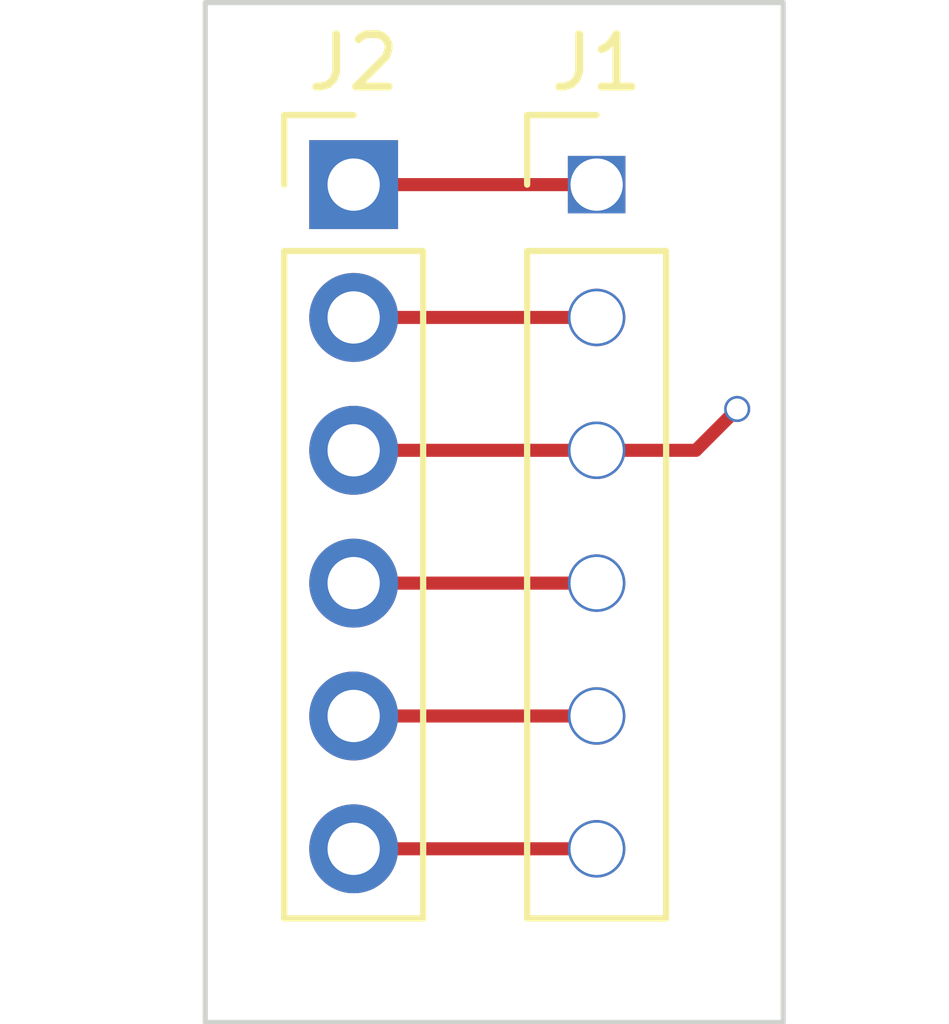
<source format=kicad_pcb>
(kicad_pcb (version 20211014) (generator pcbnew)
  (layers (0 "F.Cu" signal) (31 "B.Cu" signal) (34 "B.Paste" user) (35 "F.Paste" user) (36 "B.SilkS" user "B.Silkscreen") (37 "F.SilkS" user "F.Silkscreen") (38 "B.Mask" user) (39 "F.Mask" user) (44 "Edge.Cuts" user))
  (net 0 "")
  (net 1 "Net-(J1-Pad1)")
  (net 2 "Net-(J1-Pad2)")
  (net 3 "Net-(J1-Pad3)")
  (net 4 "Net-(J1-Pad4)")
  (net 5 "Net-(J1-Pad5)")
  (net 6 "Net-(J1-Pad6)")
  (footprint "Connector_PinHeader_2.54mm:PinHeader_1x06_P2.54mm_Vertical" (layer "F.Cu") (at 140.58 91.39)
    (fp_text reference "J2" (at 0 -2.33) (layer "F.SilkS"))
    (fp_text value "Conn_01x06_Male")
    (fp_line (start -1.33 -1.33) (end 0 -1.33) (layer "F.SilkS") (width 0.12))
    (fp_line (start -1.33 14.03) (end 1.33 14.03) (layer "F.SilkS") (width 0.12))
    (fp_line (start -1.33 1.27) (end 1.33 1.27) (layer "F.SilkS") (width 0.12))
    (fp_line (start -1.33 0) (end -1.33 -1.33) (layer "F.SilkS") (width 0.12))
    (fp_line (start -1.33 1.27) (end -1.33 14.03) (layer "F.SilkS") (width 0.12))
    (fp_line (start 1.33 1.27) (end 1.33 14.03) (layer "F.SilkS") (width 0.12))
    (pad "1" thru_hole rect (at 0 0) (size 1.7 1.7) (drill 1) (layers *.Cu *.Mask) (net 1 "Net-(J1-Pad1)"))
    (pad "2" thru_hole oval (at 0 2.54) (size 1.7 1.7) (drill 1) (layers *.Cu *.Mask) (net 2 "Net-(J1-Pad2)"))
    (pad "3" thru_hole oval (at 0 5.08) (size 1.7 1.7) (drill 1) (layers *.Cu *.Mask) (net 3 "Net-(J1-Pad3)"))
    (pad "4" thru_hole oval (at 0 7.62) (size 1.7 1.7) (drill 1) (layers *.Cu *.Mask) (net 4 "Net-(J1-Pad4)"))
    (pad "5" thru_hole oval (at 0 10.16) (size 1.7 1.7) (drill 1) (layers *.Cu *.Mask) (net 5 "Net-(J1-Pad5)"))
    (pad "6" thru_hole oval (at 0 12.7) (size 1.7 1.7) (drill 1) (layers *.Cu *.Mask) (net 6 "Net-(J1-Pad6)"))
  )
  (footprint "Connector_PinHeader_2.54mm:PinHeader_1x06_P2.54mm_Vertical" (layer "F.Cu") (at 145.23 91.39)
    (fp_text reference "J1" (at 0 -2.33) (layer "F.SilkS"))
    (fp_text value "Conn_01x06_Male")
    (fp_line (start -1.33 1.27) (end -1.33 14.03) (layer "F.SilkS") (width 0.12))
    (fp_line (start -1.33 14.03) (end 1.33 14.03) (layer "F.SilkS") (width 0.12))
    (fp_line (start 1.33 1.27) (end 1.33 14.03) (layer "F.SilkS") (width 0.12))
    (fp_line (start -1.33 -1.33) (end 0 -1.33) (layer "F.SilkS") (width 0.12))
    (fp_line (start -1.33 1.27) (end 1.33 1.27) (layer "F.SilkS") (width 0.12))
    (fp_line (start -1.33 0) (end -1.33 -1.33) (layer "F.SilkS") (width 0.12))
    (pad "1" thru_hole rect (at 0 0) (size 1.1 1.1) (drill 1) (layers *.Cu *.Mask) (net 1 "Net-(J1-Pad1)"))
    (pad "2" thru_hole circle (at 0 2.54) (size 1.1 1.1) (drill 1) (layers *.Cu *.Mask) (net 2 "Net-(J1-Pad2)"))
    (pad "3" thru_hole oval (at 0 5.08) (size 1.1 1.1) (drill 1) (layers *.Cu *.Mask) (net 3 "Net-(J1-Pad3)"))
    (pad "4" thru_hole oval (at 0 7.62) (size 1.1 1.1) (drill 1) (layers *.Cu *.Mask) (net 4 "Net-(J1-Pad4)"))
    (pad "5" thru_hole oval (at 0 10.16) (size 1.1 1.1) (drill 1) (layers *.Cu *.Mask) (net 5 "Net-(J1-Pad5)"))
    (pad "6" thru_hole oval (at 0 12.7) (size 1.1 1.1) (drill 1) (layers *.Cu *.Mask) (net 6 "Net-(J1-Pad6)"))
  )
  (gr_rect (start 137.74 87.91) (end 148.8 107.41) (layer "Edge.Cuts") (width 0.1) (fill none))
  (segment (start 140.58 91.39) (end 145.23 91.39) (width 0.25) (layer "F.Cu") (net 1))
  (segment (start 140.58 93.93) (end 145.23 93.93) (width 0.25) (layer "F.Cu") (net 2))
  (segment (start 140.58 96.47) (end 145.23 96.47) (width 0.25) (layer "F.Cu") (net 3))
  (segment (start 145.23 96.47) (end 147.13 96.47) (width 0.25) (layer "F.Cu") (net 3))
  (segment (start 147.13 96.47) (end 147.92 95.68) (width 0.25) (layer "F.Cu") (net 3))
  (via (at 147.92 95.68) (size 0.5) (drill 0.4) (layers "F.Cu" "B.Cu") (net 3))
  (segment (start 140.58 99.01) (end 145.23 99.01) (width 0.25) (layer "F.Cu") (net 4))
  (segment (start 140.58 101.55) (end 145.23 101.55) (width 0.25) (layer "F.Cu") (net 5))
  (segment (start 140.58 104.09) (end 145.23 104.09) (width 0.25) (layer "F.Cu") (net 6))
)
</source>
